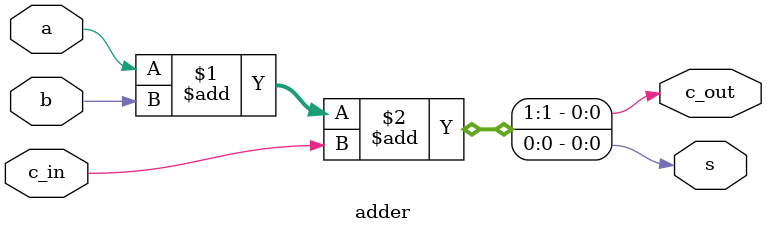
<source format=v>
module adder(a,b,c_in,s,c_out);

 input a;
 input b;
 input c_in;
 output s;
 output c_out;

 assign {c_out,s} = a+b+c_in;

endmodule

</source>
